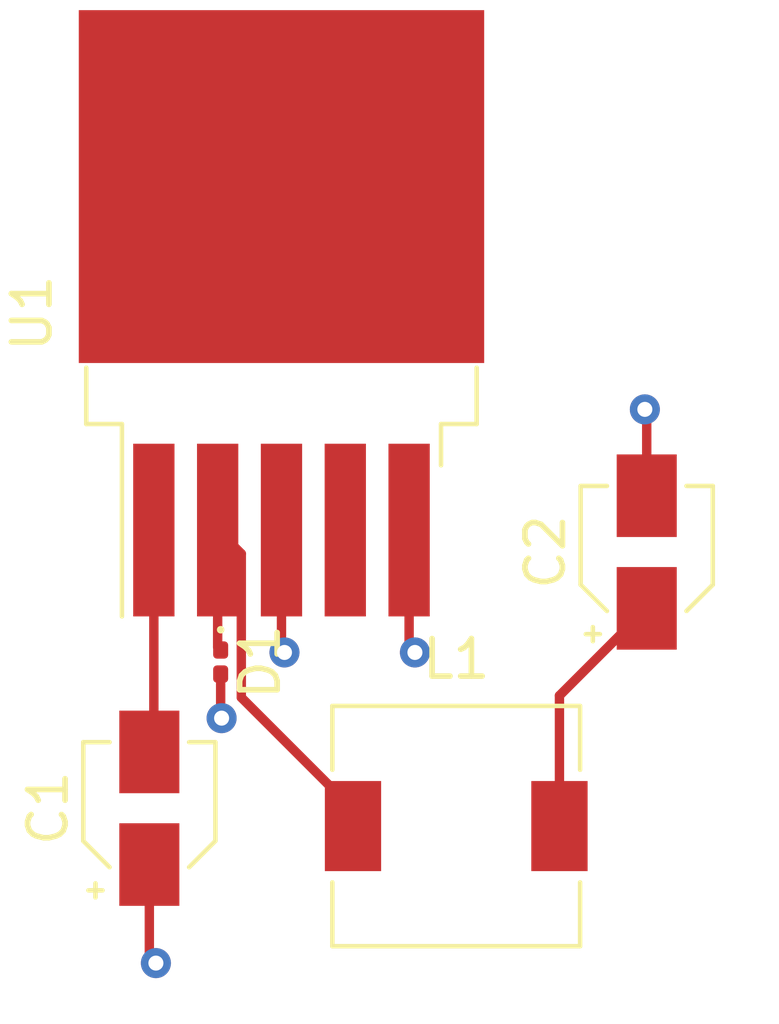
<source format=kicad_pcb>
(kicad_pcb (version 20211014) (generator pcbnew)
  (layers (0 "F.Cu" signal) (31 "B.Cu" signal) (34 "B.Paste" user) (35 "F.Paste" user) (36 "B.SilkS" user "B.Silkscreen") (37 "F.SilkS" user "F.Silkscreen") (38 "B.Mask" user) (39 "F.Mask" user) (44 "Edge.Cuts" user))
  (net 0 "")
  (net 1 "GND")
  (net 2 "Net-(C1-Pad2)")
  (net 3 "5v")
  (net 4 "Net-(D1-Pad1)")
  (footprint "Inductor_SMD:L_6.3x6.3_H3" (layer "F.Cu") (at 161.3 54.3)
    (fp_text reference "L1" (at 0 -4.45) (layer "F.SilkS"))
    (fp_text value "33uH")
    (fp_line (start -3.3 3.2) (end -3.3 1.5) (layer "F.SilkS") (width 0.12))
    (fp_line (start -3.3 -1.5) (end -3.3 -3.2) (layer "F.SilkS") (width 0.12))
    (fp_line (start 3.3 1.5) (end 3.3 3.2) (layer "F.SilkS") (width 0.12))
    (fp_line (start -3.3 -3.2) (end 3.3 -3.2) (layer "F.SilkS") (width 0.12))
    (fp_line (start 3.3 3.2) (end -3.3 3.2) (layer "F.SilkS") (width 0.12))
    (fp_line (start 3.3 -3.2) (end 3.3 -1.5) (layer "F.SilkS") (width 0.12))
    (pad "1" smd rect (at -2.75 0) (size 1.5 2.4) (layers "F.Cu" "F.Paste" "F.Mask") (net 4 "Net-(D1-Pad1)"))
    (pad "2" smd rect (at 2.75 0) (size 1.5 2.4) (layers "F.Cu" "F.Paste" "F.Mask") (net 3 "5v"))
  )
  (footprint "Package_TO_SOT_SMD:TO-263-5_TabPin3" (layer "F.Cu") (at 156.645 40.64 90)
    (fp_text reference "U1" (at 0 -6.65 90) (layer "F.SilkS"))
    (fp_text value "LM2596S-5")
    (fp_line (start -1.45 5.2) (end -2.95 5.2) (layer "F.SilkS") (width 0.12))
    (fp_line (start -2.95 -5.2) (end -2.95 -4.25) (layer "F.SilkS") (width 0.12))
    (fp_line (start -2.95 -4.25) (end -8.075 -4.25) (layer "F.SilkS") (width 0.12))
    (fp_line (start -1.45 -5.2) (end -2.95 -5.2) (layer "F.SilkS") (width 0.12))
    (fp_line (start -2.95 5.2) (end -2.95 4.25) (layer "F.SilkS") (width 0.12))
    (fp_line (start -2.95 4.25) (end -4.05 4.25) (layer "F.SilkS") (width 0.12))
    (pad "1" smd rect (at -5.775 -3.4 90) (size 4.6 1.1) (layers "F.Cu" "F.Paste" "F.Mask") (net 2 "Net-(C1-Pad2)"))
    (pad "2" smd rect (at -5.775 -1.7 90) (size 4.6 1.1) (layers "F.Cu" "F.Paste" "F.Mask") (net 4 "Net-(D1-Pad1)"))
    (pad "3" smd rect (at 3.375 0 90) (size 9.4 10.8) (layers "F.Cu" "F.Mask") (net 1 "GND"))
    (pad "3" smd rect (at -5.775 0 90) (size 4.6 1.1) (layers "F.Cu" "F.Paste" "F.Mask") (net 1 "GND"))
    (pad "4" smd rect (at -5.775 1.7 90) (size 4.6 1.1) (layers "F.Cu" "F.Paste" "F.Mask") (net 3 "5v"))
    (pad "5" smd rect (at -5.775 3.4 90) (size 4.6 1.1) (layers "F.Cu" "F.Paste" "F.Mask") (net 1 "GND"))
  )
  (footprint "Capacitor_SMD:CP_Elec_3x5.3" (layer "F.Cu") (at 166.375 47 90)
    (fp_text reference "C2" (at 0 -2.7 90) (layer "F.SilkS"))
    (fp_text value "220uF")
    (fp_line (start -2.375 -1.435) (end -2 -1.435) (layer "F.SilkS") (width 0.12))
    (fp_line (start -0.870563 1.76) (end 1.76 1.76) (layer "F.SilkS") (width 0.12))
    (fp_line (start -1.570563 1.06) (end -0.870563 1.76) (layer "F.SilkS") (width 0.12))
    (fp_line (start 1.76 -1.76) (end 1.76 -1.06) (layer "F.SilkS") (width 0.12))
    (fp_line (start -2.1875 -1.6225) (end -2.1875 -1.2475) (layer "F.SilkS") (width 0.12))
    (fp_line (start 1.76 1.76) (end 1.76 1.06) (layer "F.SilkS") (width 0.12))
    (fp_line (start -1.570563 -1.06) (end -0.870563 -1.76) (layer "F.SilkS") (width 0.12))
    (fp_line (start -0.870563 -1.76) (end 1.76 -1.76) (layer "F.SilkS") (width 0.12))
    (pad "1" smd rect (at -1.5 0 90) (size 2.2 1.6) (layers "F.Cu" "F.Paste" "F.Mask") (net 3 "5v"))
    (pad "2" smd rect (at 1.5 0 90) (size 2.2 1.6) (layers "F.Cu" "F.Paste" "F.Mask") (net 1 "GND"))
  )
  (footprint "Capacitor_SMD:CP_Elec_3x5.3" (layer "F.Cu") (at 153.125 53.825 90)
    (fp_text reference "C1" (at 0 -2.7 90) (layer "F.SilkS"))
    (fp_text value "680uF")
    (fp_line (start -1.570563 1.06) (end -0.870563 1.76) (layer "F.SilkS") (width 0.12))
    (fp_line (start 1.76 1.76) (end 1.76 1.06) (layer "F.SilkS") (width 0.12))
    (fp_line (start 1.76 -1.76) (end 1.76 -1.06) (layer "F.SilkS") (width 0.12))
    (fp_line (start -0.870563 1.76) (end 1.76 1.76) (layer "F.SilkS") (width 0.12))
    (fp_line (start -1.570563 -1.06) (end -0.870563 -1.76) (layer "F.SilkS") (width 0.12))
    (fp_line (start -2.375 -1.435) (end -2 -1.435) (layer "F.SilkS") (width 0.12))
    (fp_line (start -0.870563 -1.76) (end 1.76 -1.76) (layer "F.SilkS") (width 0.12))
    (fp_line (start -2.1875 -1.6225) (end -2.1875 -1.2475) (layer "F.SilkS") (width 0.12))
    (pad "1" smd rect (at -1.5 0 90) (size 2.2 1.6) (layers "F.Cu" "F.Paste" "F.Mask") (net 1 "GND"))
    (pad "2" smd rect (at 1.5 0 90) (size 2.2 1.6) (layers "F.Cu" "F.Paste" "F.Mask") (net 2 "Net-(C1-Pad2)"))
  )
  (footprint "Diode_SMD:D_0201_0603Metric" (layer "F.Cu") (at 155.025 49.93 -90)
    (fp_text reference "D1" (at 0 -1.05 90) (layer "F.SilkS"))
    (fp_text value "D_Zener")
    (fp_circle (center -0.86 0) (end -0.81 0) (layer "F.SilkS") (width 0.1) (fill none))
    (pad "1" smd roundrect (at -0.32 0 270) (size 0.46 0.4) (layers "F.Cu" "F.Mask") (net 4 "Net-(D1-Pad1)"))
    (pad "2" smd roundrect (at 0.32 0 270) (size 0.46 0.4) (layers "F.Cu" "F.Mask") (net 1 "GND"))
  )
  (segment (start 156.3 46.76) (end 156.645 46.415) (width 0.25) (layer "F.Cu") (net 1))
  (segment (start 160.045 46.415) (end 160.045 49.52) (width 0.25) (layer "F.Cu") (net 1))
  (segment (start 155.025 50.25) (end 155.025 51.4) (width 0.25) (layer "F.Cu") (net 1))
  (segment (start 155.025 51.4) (end 155.05 51.425) (width 0.25) (layer "F.Cu") (net 1))
  (segment (start 156.645 49.595) (end 156.725 49.675) (width 0.25) (layer "F.Cu") (net 1))
  (segment (start 153.125 57.775) (end 153.3 57.95) (width 0.25) (layer "F.Cu") (net 1))
  (segment (start 156.645 46.415) (end 156.645 49.595) (width 0.25) (layer "F.Cu") (net 1))
  (segment (start 166.375 43.25) (end 166.325 43.2) (width 0.25) (layer "F.Cu") (net 1))
  (segment (start 160.045 49.52) (end 160.2 49.675) (width 0.25) (layer "F.Cu") (net 1))
  (segment (start 166.375 45.5) (end 166.375 43.25) (width 0.25) (layer "F.Cu") (net 1))
  (segment (start 153.125 55.325) (end 153.125 57.775) (width 0.25) (layer "F.Cu") (net 1))
  (via (at 166.325 43.2) (size 0.8) (drill 0.4) (layers "F.Cu" "B.Cu") (net 1))
  (via (at 156.725 49.675) (size 0.8) (drill 0.4) (layers "F.Cu" "B.Cu") (net 1))
  (via (at 153.3 57.95) (size 0.8) (drill 0.4) (layers "F.Cu" "B.Cu") (net 1))
  (via (at 160.2 49.675) (size 0.8) (drill 0.4) (layers "F.Cu" "B.Cu") (net 1))
  (via (at 155.05 51.425) (size 0.8) (drill 0.4) (layers "F.Cu" "B.Cu") (net 1))
  (segment (start 153.245 46.415) (end 153.245 52.205) (width 0.25) (layer "F.Cu") (net 2))
  (segment (start 153.245 52.205) (end 153.125 52.325) (width 0.25) (layer "F.Cu") (net 2))
  (segment (start 164.05 54.3) (end 164.05 50.825) (width 0.25) (layer "F.Cu") (net 3))
  (segment (start 164.05 50.825) (end 166.375 48.5) (width 0.25) (layer "F.Cu") (net 3))
  (segment (start 158.345 48.245) (end 158.345 46.415) (width 0.25) (layer "F.Cu") (net 3))
  (segment (start 158.55 53.85) (end 155.575 50.875) (width 0.25) (layer "F.Cu") (net 4))
  (segment (start 154.945 49.53) (end 155.025 49.61) (width 0.25) (layer "F.Cu") (net 4))
  (segment (start 155.575 47.045) (end 154.945 46.415) (width 0.25) (layer "F.Cu") (net 4))
  (segment (start 158.55 54.3) (end 158.55 53.85) (width 0.25) (layer "F.Cu") (net 4))
  (segment (start 155.575 50.875) (end 155.575 47.045) (width 0.25) (layer "F.Cu") (net 4))
  (segment (start 154.945 46.415) (end 154.945 49.53) (width 0.25) (layer "F.Cu") (net 4))
)
</source>
